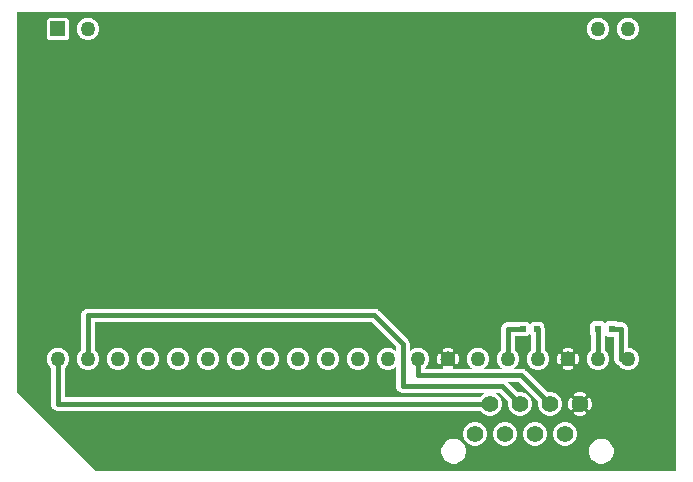
<source format=gtl>
G04 This is an RS-274x file exported by *
G04 gerbv version 2.6A *
G04 More information is available about gerbv at *
G04 http://gerbv.geda-project.org/ *
G04 --End of header info--*
%MOIN*%
%FSLAX34Y34*%
%IPPOS*%
G04 --Define apertures--*
%ADD10C,0.0001*%
%ADD11C,0.0150*%
%ADD12C,0.0500*%
%ADD13C,0.0551*%
%ADD14R,0.0197X0.0197*%
%ADD15C,0.0256*%
%ADD16C,0.0315*%
%ADD17C,0.0591*%
G04 --Start main section--*
G54D10*
G36*
G01X0011999Y0005760D02*
G01X0012457Y0005760D01*
G01X0013275Y0004942D01*
G01X0013275Y0004780D01*
G01X0013261Y0004797D01*
G01X0013217Y0004834D01*
G01X0013168Y0004864D01*
G01X0013114Y0004887D01*
G01X0013058Y0004900D01*
G01X0013000Y0004905D01*
G01X0012942Y0004900D01*
G01X0012886Y0004887D01*
G01X0012832Y0004864D01*
G01X0012783Y0004834D01*
G01X0012739Y0004797D01*
G01X0012701Y0004753D01*
G01X0012671Y0004703D01*
G01X0012649Y0004650D01*
G01X0012635Y0004593D01*
G01X0012631Y0004535D01*
G01X0012635Y0004478D01*
G01X0012649Y0004421D01*
G01X0012671Y0004368D01*
G01X0012701Y0004318D01*
G01X0012739Y0004274D01*
G01X0012783Y0004237D01*
G01X0012832Y0004206D01*
G01X0012886Y0004184D01*
G01X0012942Y0004171D01*
G01X0013000Y0004166D01*
G01X0013058Y0004171D01*
G01X0013114Y0004184D01*
G01X0013168Y0004206D01*
G01X0013217Y0004237D01*
G01X0013261Y0004274D01*
G01X0013275Y0004291D01*
G01X0013275Y0003644D01*
G01X0013274Y0003635D01*
G01X0013277Y0003600D01*
G01X0013285Y0003566D01*
G01X0013299Y0003533D01*
G01X0013317Y0003503D01*
G01X0013340Y0003476D01*
G01X0013367Y0003453D01*
G01X0013398Y0003434D01*
G01X0013430Y0003421D01*
G01X0013465Y0003413D01*
G01X0013500Y0003410D01*
G01X0013509Y0003410D01*
G01X0016277Y0003410D01*
G01X0016221Y0003387D01*
G01X0016168Y0003355D01*
G01X0016121Y0003315D01*
G01X0016081Y0003268D01*
G01X0016076Y0003260D01*
G01X0011999Y0003260D01*
G01X0011999Y0004166D01*
G01X0012000Y0004166D01*
G01X0012058Y0004171D01*
G01X0012114Y0004184D01*
G01X0012168Y0004206D01*
G01X0012217Y0004237D01*
G01X0012261Y0004274D01*
G01X0012299Y0004318D01*
G01X0012329Y0004368D01*
G01X0012351Y0004421D01*
G01X0012365Y0004478D01*
G01X0012368Y0004535D01*
G01X0012365Y0004593D01*
G01X0012351Y0004650D01*
G01X0012329Y0004703D01*
G01X0012299Y0004753D01*
G01X0012261Y0004797D01*
G01X0012217Y0004834D01*
G01X0012168Y0004864D01*
G01X0012114Y0004887D01*
G01X0012058Y0004900D01*
G01X0012000Y0004905D01*
G01X0011999Y0004905D01*
G01X0011999Y0005760D01*
G37*
G36*
G01X0010999Y0005762D02*
G01X0011424Y0005762D01*
G01X0011450Y0005760D01*
G01X0011459Y0005760D01*
G01X0011999Y0005760D01*
G01X0011999Y0004905D01*
G01X0011942Y0004900D01*
G01X0011886Y0004887D01*
G01X0011832Y0004864D01*
G01X0011783Y0004834D01*
G01X0011739Y0004797D01*
G01X0011701Y0004753D01*
G01X0011671Y0004703D01*
G01X0011649Y0004650D01*
G01X0011635Y0004593D01*
G01X0011631Y0004535D01*
G01X0011635Y0004478D01*
G01X0011649Y0004421D01*
G01X0011671Y0004368D01*
G01X0011701Y0004318D01*
G01X0011739Y0004274D01*
G01X0011783Y0004237D01*
G01X0011832Y0004206D01*
G01X0011886Y0004184D01*
G01X0011942Y0004171D01*
G01X0011999Y0004166D01*
G01X0011999Y0003260D01*
G01X0010999Y0003260D01*
G01X0010999Y0004166D01*
G01X0011000Y0004166D01*
G01X0011058Y0004171D01*
G01X0011114Y0004184D01*
G01X0011168Y0004206D01*
G01X0011217Y0004237D01*
G01X0011261Y0004274D01*
G01X0011299Y0004318D01*
G01X0011329Y0004368D01*
G01X0011351Y0004421D01*
G01X0011365Y0004478D01*
G01X0011368Y0004535D01*
G01X0011365Y0004593D01*
G01X0011351Y0004650D01*
G01X0011329Y0004703D01*
G01X0011299Y0004753D01*
G01X0011261Y0004797D01*
G01X0011217Y0004834D01*
G01X0011168Y0004864D01*
G01X0011114Y0004887D01*
G01X0011058Y0004900D01*
G01X0011000Y0004905D01*
G01X0010999Y0004905D01*
G01X0010999Y0005762D01*
G37*
G36*
G01X0010212Y0005762D02*
G01X0010999Y0005762D01*
G01X0010999Y0004905D01*
G01X0010942Y0004900D01*
G01X0010886Y0004887D01*
G01X0010832Y0004864D01*
G01X0010783Y0004834D01*
G01X0010739Y0004797D01*
G01X0010701Y0004753D01*
G01X0010671Y0004703D01*
G01X0010649Y0004650D01*
G01X0010635Y0004593D01*
G01X0010631Y0004535D01*
G01X0010635Y0004478D01*
G01X0010649Y0004421D01*
G01X0010671Y0004368D01*
G01X0010701Y0004318D01*
G01X0010739Y0004274D01*
G01X0010783Y0004237D01*
G01X0010832Y0004206D01*
G01X0010886Y0004184D01*
G01X0010942Y0004171D01*
G01X0010999Y0004166D01*
G01X0010999Y0003260D01*
G01X0010212Y0003260D01*
G01X0010212Y0004234D01*
G01X0010217Y0004237D01*
G01X0010261Y0004274D01*
G01X0010299Y0004318D01*
G01X0010329Y0004368D01*
G01X0010351Y0004421D01*
G01X0010365Y0004478D01*
G01X0010368Y0004535D01*
G01X0010365Y0004593D01*
G01X0010351Y0004650D01*
G01X0010329Y0004703D01*
G01X0010299Y0004753D01*
G01X0010261Y0004797D01*
G01X0010217Y0004834D01*
G01X0010212Y0004837D01*
G01X0010212Y0005762D01*
G37*
G36*
G01X0022610Y0000816D02*
G01X0020999Y0000816D01*
G01X0020999Y0004166D01*
G01X0021000Y0004166D01*
G01X0021058Y0004171D01*
G01X0021114Y0004184D01*
G01X0021168Y0004206D01*
G01X0021217Y0004237D01*
G01X0021261Y0004274D01*
G01X0021299Y0004318D01*
G01X0021329Y0004368D01*
G01X0021351Y0004421D01*
G01X0021365Y0004478D01*
G01X0021368Y0004535D01*
G01X0021365Y0004593D01*
G01X0021351Y0004650D01*
G01X0021329Y0004703D01*
G01X0021299Y0004753D01*
G01X0021261Y0004797D01*
G01X0021217Y0004834D01*
G01X0021168Y0004864D01*
G01X0021114Y0004887D01*
G01X0021058Y0004900D01*
G01X0021000Y0004905D01*
G01X0020999Y0004905D01*
G01X0020999Y0015166D01*
G01X0021000Y0015166D01*
G01X0021058Y0015171D01*
G01X0021114Y0015184D01*
G01X0021168Y0015206D01*
G01X0021217Y0015237D01*
G01X0021261Y0015274D01*
G01X0021299Y0015318D01*
G01X0021329Y0015368D01*
G01X0021351Y0015421D01*
G01X0021365Y0015478D01*
G01X0021368Y0015535D01*
G01X0021365Y0015593D01*
G01X0021351Y0015650D01*
G01X0021329Y0015703D01*
G01X0021299Y0015753D01*
G01X0021261Y0015797D01*
G01X0021217Y0015834D01*
G01X0021168Y0015864D01*
G01X0021114Y0015887D01*
G01X0021058Y0015900D01*
G01X0021000Y0015905D01*
G01X0020999Y0015905D01*
G01X0020999Y0016114D01*
G01X0022610Y0016114D01*
G01X0022610Y0000816D01*
G37*
G36*
G01X0020999Y0004905D02*
G01X0020999Y0004905D01*
G01X0020999Y0005527D01*
G01X0020999Y0005535D01*
G01X0020997Y0005571D01*
G01X0020997Y0005571D01*
G01X0020988Y0005605D01*
G01X0020975Y0005638D01*
G01X0020956Y0005668D01*
G01X0020933Y0005695D01*
G01X0020906Y0005718D01*
G01X0020876Y0005737D01*
G01X0020843Y0005750D01*
G01X0020809Y0005758D01*
G01X0020774Y0005761D01*
G01X0020765Y0005760D01*
G01X0020679Y0005760D01*
G01X0020675Y0005764D01*
G01X0020654Y0005777D01*
G01X0020630Y0005787D01*
G01X0020606Y0005792D01*
G01X0020581Y0005794D01*
G01X0020499Y0005793D01*
G01X0020499Y0016114D01*
G01X0020999Y0016114D01*
G01X0020999Y0015905D01*
G01X0020942Y0015900D01*
G01X0020886Y0015887D01*
G01X0020832Y0015864D01*
G01X0020783Y0015834D01*
G01X0020739Y0015797D01*
G01X0020701Y0015753D01*
G01X0020671Y0015703D01*
G01X0020649Y0015650D01*
G01X0020635Y0015593D01*
G01X0020631Y0015535D01*
G01X0020635Y0015478D01*
G01X0020649Y0015421D01*
G01X0020671Y0015368D01*
G01X0020701Y0015318D01*
G01X0020739Y0015274D01*
G01X0020783Y0015237D01*
G01X0020832Y0015206D01*
G01X0020886Y0015184D01*
G01X0020942Y0015171D01*
G01X0020999Y0015166D01*
G01X0020999Y0004905D01*
G37*
G36*
G01X0020999Y0000816D02*
G01X0020499Y0000816D01*
G01X0020499Y0001315D01*
G01X0020504Y0001327D01*
G01X0020520Y0001391D01*
G01X0020523Y0001455D01*
G01X0020520Y0001520D01*
G01X0020504Y0001584D01*
G01X0020499Y0001596D01*
G01X0020499Y0005278D01*
G01X0020549Y0005278D01*
G01X0020549Y0004544D01*
G01X0020548Y0004535D01*
G01X0020551Y0004500D01*
G01X0020559Y0004466D01*
G01X0020572Y0004433D01*
G01X0020591Y0004403D01*
G01X0020614Y0004376D01*
G01X0020641Y0004353D01*
G01X0020671Y0004334D01*
G01X0020698Y0004323D01*
G01X0020701Y0004318D01*
G01X0020739Y0004274D01*
G01X0020783Y0004237D01*
G01X0020832Y0004206D01*
G01X0020886Y0004184D01*
G01X0020942Y0004171D01*
G01X0020999Y0004166D01*
G01X0020999Y0000816D01*
G37*
G36*
G01X0019999Y0004166D02*
G01X0020000Y0004166D01*
G01X0020058Y0004171D01*
G01X0020114Y0004184D01*
G01X0020168Y0004206D01*
G01X0020217Y0004237D01*
G01X0020261Y0004274D01*
G01X0020299Y0004318D01*
G01X0020329Y0004368D01*
G01X0020351Y0004421D01*
G01X0020365Y0004478D01*
G01X0020368Y0004535D01*
G01X0020365Y0004593D01*
G01X0020351Y0004650D01*
G01X0020329Y0004703D01*
G01X0020299Y0004753D01*
G01X0020261Y0004797D01*
G01X0020225Y0004827D01*
G01X0020225Y0005323D01*
G01X0020226Y0005324D01*
G01X0020234Y0005334D01*
G01X0020243Y0005324D01*
G01X0020262Y0005307D01*
G01X0020283Y0005294D01*
G01X0020307Y0005284D01*
G01X0020331Y0005279D01*
G01X0020356Y0005277D01*
G01X0020499Y0005278D01*
G01X0020499Y0001596D01*
G01X0020480Y0001644D01*
G01X0020446Y0001699D01*
G01X0020403Y0001749D01*
G01X0020354Y0001791D01*
G01X0020298Y0001825D01*
G01X0020238Y0001850D01*
G01X0020175Y0001865D01*
G01X0020110Y0001870D01*
G01X0020045Y0001865D01*
G01X0019999Y0001854D01*
G01X0019999Y0004166D01*
G37*
G36*
G01X0019999Y0016114D02*
G01X0020499Y0016114D01*
G01X0020499Y0005793D01*
G01X0020331Y0005792D01*
G01X0020307Y0005787D01*
G01X0020283Y0005777D01*
G01X0020262Y0005764D01*
G01X0020243Y0005747D01*
G01X0020234Y0005737D01*
G01X0020226Y0005747D01*
G01X0020207Y0005764D01*
G01X0020185Y0005777D01*
G01X0020162Y0005787D01*
G01X0020137Y0005792D01*
G01X0020112Y0005794D01*
G01X0019999Y0005793D01*
G01X0019999Y0015166D01*
G01X0020000Y0015166D01*
G01X0020058Y0015171D01*
G01X0020114Y0015184D01*
G01X0020168Y0015206D01*
G01X0020217Y0015237D01*
G01X0020261Y0015274D01*
G01X0020299Y0015318D01*
G01X0020329Y0015368D01*
G01X0020351Y0015421D01*
G01X0020365Y0015478D01*
G01X0020368Y0015535D01*
G01X0020365Y0015593D01*
G01X0020351Y0015650D01*
G01X0020329Y0015703D01*
G01X0020299Y0015753D01*
G01X0020261Y0015797D01*
G01X0020217Y0015834D01*
G01X0020168Y0015864D01*
G01X0020114Y0015887D01*
G01X0020058Y0015900D01*
G01X0020000Y0015905D01*
G01X0019999Y0015905D01*
G01X0019999Y0016114D01*
G37*
G36*
G01X0020499Y0000816D02*
G01X0019999Y0000816D01*
G01X0019999Y0001057D01*
G01X0020045Y0001046D01*
G01X0020110Y0001041D01*
G01X0020175Y0001046D01*
G01X0020238Y0001061D01*
G01X0020298Y0001086D01*
G01X0020354Y0001120D01*
G01X0020403Y0001162D01*
G01X0020446Y0001212D01*
G01X0020480Y0001267D01*
G01X0020499Y0001315D01*
G01X0020499Y0000816D01*
G37*
G36*
G01X0019719Y0004298D02*
G01X0019739Y0004274D01*
G01X0019783Y0004237D01*
G01X0019832Y0004206D01*
G01X0019886Y0004184D01*
G01X0019942Y0004171D01*
G01X0019999Y0004166D01*
G01X0019999Y0001854D01*
G01X0019982Y0001850D01*
G01X0019922Y0001825D01*
G01X0019866Y0001791D01*
G01X0019817Y0001749D01*
G01X0019775Y0001699D01*
G01X0019741Y0001644D01*
G01X0019719Y0001592D01*
G01X0019719Y0002838D01*
G01X0019724Y0002840D01*
G01X0019733Y0002844D01*
G01X0019741Y0002849D01*
G01X0019747Y0002855D01*
G01X0019753Y0002862D01*
G01X0019758Y0002870D01*
G01X0019772Y0002905D01*
G01X0019783Y0002942D01*
G01X0019790Y0002979D01*
G01X0019794Y0003016D01*
G01X0019794Y0003054D01*
G01X0019790Y0003092D01*
G01X0019783Y0003129D01*
G01X0019772Y0003166D01*
G01X0019758Y0003201D01*
G01X0019753Y0003209D01*
G01X0019748Y0003216D01*
G01X0019741Y0003223D01*
G01X0019733Y0003228D01*
G01X0019724Y0003232D01*
G01X0019719Y0003233D01*
G01X0019719Y0004298D01*
G37*
G36*
G01X0019719Y0015298D02*
G01X0019739Y0015274D01*
G01X0019783Y0015237D01*
G01X0019832Y0015206D01*
G01X0019886Y0015184D01*
G01X0019942Y0015171D01*
G01X0019999Y0015166D01*
G01X0019999Y0005793D01*
G01X0019863Y0005792D01*
G01X0019838Y0005787D01*
G01X0019815Y0005777D01*
G01X0019794Y0005764D01*
G01X0019774Y0005747D01*
G01X0019758Y0005728D01*
G01X0019745Y0005707D01*
G01X0019735Y0005684D01*
G01X0019729Y0005659D01*
G01X0019728Y0005634D01*
G01X0019729Y0005412D01*
G01X0019735Y0005387D01*
G01X0019745Y0005364D01*
G01X0019758Y0005343D01*
G01X0019774Y0005324D01*
G01X0019775Y0005323D01*
G01X0019775Y0004827D01*
G01X0019739Y0004797D01*
G01X0019719Y0004773D01*
G01X0019719Y0015298D01*
G37*
G36*
G01X0019719Y0016114D02*
G01X0019999Y0016114D01*
G01X0019999Y0015905D01*
G01X0019942Y0015900D01*
G01X0019886Y0015887D01*
G01X0019832Y0015864D01*
G01X0019783Y0015834D01*
G01X0019739Y0015797D01*
G01X0019719Y0015773D01*
G01X0019719Y0016114D01*
G37*
G36*
G01X0019999Y0000816D02*
G01X0019719Y0000816D01*
G01X0019719Y0001319D01*
G01X0019741Y0001267D01*
G01X0019775Y0001212D01*
G01X0019817Y0001162D01*
G01X0019866Y0001120D01*
G01X0019922Y0001086D01*
G01X0019982Y0001061D01*
G01X0019999Y0001057D01*
G01X0019999Y0000816D01*
G37*
G36*
G01X0019719Y0000816D02*
G01X0019400Y0000816D01*
G01X0019400Y0002642D01*
G01X0019419Y0002642D01*
G01X0019457Y0002645D01*
G01X0019494Y0002653D01*
G01X0019530Y0002663D01*
G01X0019565Y0002678D01*
G01X0019573Y0002682D01*
G01X0019581Y0002688D01*
G01X0019587Y0002695D01*
G01X0019592Y0002703D01*
G01X0019596Y0002711D01*
G01X0019599Y0002720D01*
G01X0019600Y0002729D01*
G01X0019599Y0002739D01*
G01X0019598Y0002748D01*
G01X0019594Y0002757D01*
G01X0019590Y0002765D01*
G01X0019584Y0002772D01*
G01X0019577Y0002778D01*
G01X0019569Y0002784D01*
G01X0019561Y0002788D01*
G01X0019552Y0002790D01*
G01X0019543Y0002791D01*
G01X0019533Y0002791D01*
G01X0019524Y0002789D01*
G01X0019515Y0002786D01*
G01X0019491Y0002775D01*
G01X0019466Y0002768D01*
G01X0019440Y0002763D01*
G01X0019413Y0002760D01*
G01X0019400Y0002760D01*
G01X0019400Y0003311D01*
G01X0019413Y0003311D01*
G01X0019440Y0003308D01*
G01X0019466Y0003303D01*
G01X0019491Y0003296D01*
G01X0019516Y0003286D01*
G01X0019524Y0003282D01*
G01X0019533Y0003280D01*
G01X0019543Y0003280D01*
G01X0019552Y0003281D01*
G01X0019561Y0003284D01*
G01X0019569Y0003288D01*
G01X0019577Y0003293D01*
G01X0019584Y0003299D01*
G01X0019590Y0003306D01*
G01X0019594Y0003314D01*
G01X0019597Y0003323D01*
G01X0019599Y0003332D01*
G01X0019599Y0003342D01*
G01X0019598Y0003351D01*
G01X0019596Y0003360D01*
G01X0019592Y0003368D01*
G01X0019587Y0003376D01*
G01X0019581Y0003383D01*
G01X0019573Y0003389D01*
G01X0019565Y0003393D01*
G01X0019530Y0003408D01*
G01X0019494Y0003418D01*
G01X0019457Y0003426D01*
G01X0019419Y0003429D01*
G01X0019400Y0003429D01*
G01X0019400Y0016114D01*
G01X0019719Y0016114D01*
G01X0019719Y0015773D01*
G01X0019701Y0015753D01*
G01X0019671Y0015703D01*
G01X0019649Y0015650D01*
G01X0019635Y0015593D01*
G01X0019631Y0015535D01*
G01X0019635Y0015478D01*
G01X0019649Y0015421D01*
G01X0019671Y0015368D01*
G01X0019701Y0015318D01*
G01X0019719Y0015298D01*
G01X0019719Y0004773D01*
G01X0019701Y0004753D01*
G01X0019671Y0004703D01*
G01X0019649Y0004650D01*
G01X0019635Y0004593D01*
G01X0019631Y0004535D01*
G01X0019635Y0004478D01*
G01X0019649Y0004421D01*
G01X0019671Y0004368D01*
G01X0019701Y0004318D01*
G01X0019719Y0004298D01*
G01X0019719Y0003233D01*
G01X0019715Y0003234D01*
G01X0019706Y0003235D01*
G01X0019697Y0003235D01*
G01X0019688Y0003233D01*
G01X0019679Y0003230D01*
G01X0019671Y0003225D01*
G01X0019663Y0003219D01*
G01X0019657Y0003213D01*
G01X0019652Y0003205D01*
G01X0019648Y0003196D01*
G01X0019645Y0003187D01*
G01X0019644Y0003178D01*
G01X0019645Y0003169D01*
G01X0019647Y0003160D01*
G01X0019650Y0003151D01*
G01X0019660Y0003126D01*
G01X0019668Y0003101D01*
G01X0019673Y0003075D01*
G01X0019675Y0003049D01*
G01X0019675Y0003022D01*
G01X0019673Y0002996D01*
G01X0019668Y0002970D01*
G01X0019660Y0002945D01*
G01X0019650Y0002920D01*
G01X0019647Y0002911D01*
G01X0019645Y0002902D01*
G01X0019645Y0002893D01*
G01X0019646Y0002884D01*
G01X0019648Y0002875D01*
G01X0019652Y0002866D01*
G01X0019657Y0002859D01*
G01X0019664Y0002852D01*
G01X0019671Y0002846D01*
G01X0019679Y0002841D01*
G01X0019688Y0002838D01*
G01X0019697Y0002836D01*
G01X0019706Y0002836D01*
G01X0019715Y0002837D01*
G01X0019719Y0002838D01*
G01X0019719Y0001592D01*
G01X0019716Y0001584D01*
G01X0019700Y0001520D01*
G01X0019695Y0001455D01*
G01X0019700Y0001391D01*
G01X0019716Y0001327D01*
G01X0019719Y0001319D01*
G01X0019719Y0000816D01*
G37*
G36*
G01X0019297Y0003290D02*
G01X0019309Y0003296D01*
G01X0019334Y0003303D01*
G01X0019360Y0003308D01*
G01X0019387Y0003311D01*
G01X0019400Y0003311D01*
G01X0019400Y0002760D01*
G01X0019387Y0002760D01*
G01X0019360Y0002763D01*
G01X0019334Y0002768D01*
G01X0019309Y0002775D01*
G01X0019297Y0002780D01*
G01X0019297Y0003290D01*
G37*
G36*
G01X0019297Y0016114D02*
G01X0019400Y0016114D01*
G01X0019400Y0003429D01*
G01X0019381Y0003429D01*
G01X0019343Y0003426D01*
G01X0019306Y0003418D01*
G01X0019297Y0003415D01*
G01X0019297Y0004356D01*
G01X0019298Y0004356D01*
G01X0019306Y0004359D01*
G01X0019315Y0004363D01*
G01X0019322Y0004369D01*
G01X0019329Y0004375D01*
G01X0019334Y0004383D01*
G01X0019339Y0004391D01*
G01X0019351Y0004422D01*
G01X0019359Y0004454D01*
G01X0019365Y0004486D01*
G01X0019368Y0004519D01*
G01X0019368Y0004552D01*
G01X0019365Y0004585D01*
G01X0019359Y0004617D01*
G01X0019351Y0004649D01*
G01X0019339Y0004680D01*
G01X0019335Y0004688D01*
G01X0019329Y0004696D01*
G01X0019322Y0004702D01*
G01X0019315Y0004708D01*
G01X0019307Y0004712D01*
G01X0019298Y0004715D01*
G01X0019297Y0004715D01*
G01X0019297Y0016114D01*
G37*
G36*
G01X0019400Y0000816D02*
G01X0019297Y0000816D01*
G01X0019297Y0002656D01*
G01X0019306Y0002653D01*
G01X0019343Y0002645D01*
G01X0019381Y0002642D01*
G01X0019400Y0002642D01*
G01X0019400Y0000816D01*
G37*
G36*
G01X0019297Y0000816D02*
G01X0019081Y0000816D01*
G01X0019081Y0001685D01*
G01X0019132Y0001716D01*
G01X0019179Y0001756D01*
G01X0019220Y0001803D01*
G01X0019252Y0001856D01*
G01X0019276Y0001913D01*
G01X0019290Y0001974D01*
G01X0019294Y0002035D01*
G01X0019290Y0002097D01*
G01X0019276Y0002158D01*
G01X0019252Y0002215D01*
G01X0019220Y0002268D01*
G01X0019179Y0002315D01*
G01X0019132Y0002355D01*
G01X0019081Y0002386D01*
G01X0019081Y0002838D01*
G01X0019085Y0002837D01*
G01X0019094Y0002836D01*
G01X0019103Y0002836D01*
G01X0019112Y0002838D01*
G01X0019121Y0002841D01*
G01X0019129Y0002846D01*
G01X0019137Y0002852D01*
G01X0019143Y0002858D01*
G01X0019148Y0002866D01*
G01X0019152Y0002875D01*
G01X0019155Y0002884D01*
G01X0019156Y0002893D01*
G01X0019155Y0002902D01*
G01X0019154Y0002911D01*
G01X0019150Y0002920D01*
G01X0019140Y0002945D01*
G01X0019132Y0002970D01*
G01X0019127Y0002996D01*
G01X0019125Y0003022D01*
G01X0019125Y0003049D01*
G01X0019127Y0003075D01*
G01X0019132Y0003101D01*
G01X0019140Y0003126D01*
G01X0019150Y0003151D01*
G01X0019153Y0003160D01*
G01X0019155Y0003169D01*
G01X0019155Y0003178D01*
G01X0019154Y0003187D01*
G01X0019152Y0003196D01*
G01X0019148Y0003205D01*
G01X0019143Y0003212D01*
G01X0019136Y0003219D01*
G01X0019129Y0003225D01*
G01X0019121Y0003230D01*
G01X0019112Y0003233D01*
G01X0019103Y0003235D01*
G01X0019094Y0003235D01*
G01X0019085Y0003234D01*
G01X0019081Y0003233D01*
G01X0019081Y0004176D01*
G01X0019082Y0004176D01*
G01X0019114Y0004185D01*
G01X0019145Y0004197D01*
G01X0019153Y0004201D01*
G01X0019160Y0004206D01*
G01X0019167Y0004213D01*
G01X0019172Y0004221D01*
G01X0019177Y0004229D01*
G01X0019179Y0004238D01*
G01X0019181Y0004247D01*
G01X0019181Y0004257D01*
G01X0019179Y0004266D01*
G01X0019176Y0004275D01*
G01X0019172Y0004283D01*
G01X0019166Y0004290D01*
G01X0019159Y0004297D01*
G01X0019152Y0004302D01*
G01X0019144Y0004306D01*
G01X0019135Y0004309D01*
G01X0019125Y0004311D01*
G01X0019116Y0004310D01*
G01X0019107Y0004309D01*
G01X0019098Y0004306D01*
G01X0019081Y0004299D01*
G01X0019081Y0004772D01*
G01X0019098Y0004765D01*
G01X0019107Y0004762D01*
G01X0019116Y0004761D01*
G01X0019125Y0004761D01*
G01X0019135Y0004762D01*
G01X0019143Y0004765D01*
G01X0019152Y0004769D01*
G01X0019159Y0004774D01*
G01X0019166Y0004781D01*
G01X0019172Y0004788D01*
G01X0019176Y0004797D01*
G01X0019179Y0004805D01*
G01X0019180Y0004814D01*
G01X0019180Y0004824D01*
G01X0019179Y0004833D01*
G01X0019176Y0004842D01*
G01X0019172Y0004850D01*
G01X0019167Y0004858D01*
G01X0019160Y0004864D01*
G01X0019153Y0004870D01*
G01X0019144Y0004874D01*
G01X0019114Y0004886D01*
G01X0019082Y0004895D01*
G01X0019081Y0004895D01*
G01X0019081Y0016114D01*
G01X0019297Y0016114D01*
G01X0019297Y0004715D01*
G01X0019288Y0004716D01*
G01X0019279Y0004716D01*
G01X0019270Y0004714D01*
G01X0019261Y0004711D01*
G01X0019253Y0004707D01*
G01X0019245Y0004702D01*
G01X0019239Y0004695D01*
G01X0019233Y0004687D01*
G01X0019229Y0004679D01*
G01X0019226Y0004670D01*
G01X0019225Y0004661D01*
G01X0019225Y0004651D01*
G01X0019227Y0004642D01*
G01X0019230Y0004633D01*
G01X0019238Y0004613D01*
G01X0019244Y0004591D01*
G01X0019248Y0004569D01*
G01X0019250Y0004547D01*
G01X0019250Y0004524D01*
G01X0019248Y0004502D01*
G01X0019244Y0004480D01*
G01X0019238Y0004458D01*
G01X0019230Y0004437D01*
G01X0019227Y0004429D01*
G01X0019225Y0004419D01*
G01X0019225Y0004410D01*
G01X0019227Y0004401D01*
G01X0019229Y0004392D01*
G01X0019233Y0004384D01*
G01X0019239Y0004376D01*
G01X0019245Y0004370D01*
G01X0019253Y0004364D01*
G01X0019261Y0004360D01*
G01X0019270Y0004357D01*
G01X0019279Y0004355D01*
G01X0019288Y0004355D01*
G01X0019297Y0004356D01*
G01X0019297Y0003415D01*
G01X0019270Y0003408D01*
G01X0019235Y0003393D01*
G01X0019227Y0003389D01*
G01X0019219Y0003383D01*
G01X0019213Y0003376D01*
G01X0019208Y0003368D01*
G01X0019204Y0003360D01*
G01X0019201Y0003351D01*
G01X0019200Y0003342D01*
G01X0019201Y0003332D01*
G01X0019202Y0003323D01*
G01X0019206Y0003314D01*
G01X0019210Y0003306D01*
G01X0019216Y0003299D01*
G01X0019223Y0003293D01*
G01X0019231Y0003287D01*
G01X0019239Y0003283D01*
G01X0019248Y0003281D01*
G01X0019257Y0003280D01*
G01X0019267Y0003280D01*
G01X0019276Y0003282D01*
G01X0019285Y0003285D01*
G01X0019297Y0003290D01*
G01X0019297Y0002780D01*
G01X0019285Y0002785D01*
G01X0019276Y0002789D01*
G01X0019267Y0002790D01*
G01X0019258Y0002791D01*
G01X0019248Y0002790D01*
G01X0019239Y0002787D01*
G01X0019231Y0002783D01*
G01X0019223Y0002778D01*
G01X0019216Y0002772D01*
G01X0019211Y0002764D01*
G01X0019206Y0002756D01*
G01X0019203Y0002748D01*
G01X0019201Y0002739D01*
G01X0019201Y0002729D01*
G01X0019202Y0002720D01*
G01X0019204Y0002711D01*
G01X0019208Y0002703D01*
G01X0019213Y0002695D01*
G01X0019220Y0002688D01*
G01X0019227Y0002682D01*
G01X0019235Y0002678D01*
G01X0019270Y0002663D01*
G01X0019297Y0002656D01*
G01X0019297Y0000816D01*
G37*
G36*
G01X0019081Y0004895D02*
G01X0019049Y0004901D01*
G01X0019017Y0004904D01*
G01X0018984Y0004904D01*
G01X0018951Y0004901D01*
G01X0018918Y0004895D01*
G01X0018899Y0004890D01*
G01X0018899Y0016114D01*
G01X0019081Y0016114D01*
G01X0019081Y0004895D01*
G37*
G36*
G01X0019081Y0004299D02*
G01X0019077Y0004298D01*
G01X0019056Y0004292D01*
G01X0019034Y0004288D01*
G01X0019011Y0004286D01*
G01X0018989Y0004286D01*
G01X0018967Y0004288D01*
G01X0018945Y0004292D01*
G01X0018923Y0004298D01*
G01X0018902Y0004306D01*
G01X0018899Y0004306D01*
G01X0018899Y0004764D01*
G01X0018902Y0004765D01*
G01X0018923Y0004773D01*
G01X0018945Y0004779D01*
G01X0018967Y0004783D01*
G01X0018989Y0004785D01*
G01X0019011Y0004785D01*
G01X0019034Y0004783D01*
G01X0019056Y0004779D01*
G01X0019077Y0004773D01*
G01X0019081Y0004772D01*
G01X0019081Y0004299D01*
G37*
G36*
G01X0019081Y0002386D02*
G01X0019079Y0002387D01*
G01X0019022Y0002411D01*
G01X0018962Y0002426D01*
G01X0018900Y0002430D01*
G01X0018899Y0002430D01*
G01X0018899Y0004181D01*
G01X0018918Y0004176D01*
G01X0018951Y0004170D01*
G01X0018984Y0004167D01*
G01X0019017Y0004167D01*
G01X0019049Y0004170D01*
G01X0019081Y0004176D01*
G01X0019081Y0003233D01*
G01X0019076Y0003231D01*
G01X0019067Y0003227D01*
G01X0019060Y0003222D01*
G01X0019053Y0003216D01*
G01X0019047Y0003209D01*
G01X0019043Y0003200D01*
G01X0019028Y0003166D01*
G01X0019017Y0003129D01*
G01X0019010Y0003092D01*
G01X0019006Y0003054D01*
G01X0019006Y0003016D01*
G01X0019010Y0002979D01*
G01X0019017Y0002942D01*
G01X0019028Y0002905D01*
G01X0019042Y0002870D01*
G01X0019047Y0002862D01*
G01X0019052Y0002855D01*
G01X0019059Y0002848D01*
G01X0019067Y0002843D01*
G01X0019076Y0002839D01*
G01X0019081Y0002838D01*
G01X0019081Y0002386D01*
G37*
G36*
G01X0019081Y0000816D02*
G01X0018899Y0000816D01*
G01X0018899Y0001641D01*
G01X0018900Y0001641D01*
G01X0018962Y0001645D01*
G01X0019022Y0001660D01*
G01X0019079Y0001684D01*
G01X0019081Y0001685D01*
G01X0019081Y0000816D01*
G37*
G36*
G01X0018704Y0002785D02*
G01X0018720Y0002803D01*
G01X0018752Y0002856D01*
G01X0018776Y0002913D01*
G01X0018790Y0002974D01*
G01X0018794Y0003035D01*
G01X0018790Y0003097D01*
G01X0018776Y0003157D01*
G01X0018752Y0003215D01*
G01X0018720Y0003268D01*
G01X0018704Y0003286D01*
G01X0018704Y0004356D01*
G01X0018712Y0004355D01*
G01X0018721Y0004355D01*
G01X0018730Y0004357D01*
G01X0018739Y0004359D01*
G01X0018747Y0004364D01*
G01X0018755Y0004369D01*
G01X0018761Y0004376D01*
G01X0018767Y0004384D01*
G01X0018771Y0004392D01*
G01X0018774Y0004401D01*
G01X0018775Y0004410D01*
G01X0018775Y0004420D01*
G01X0018773Y0004429D01*
G01X0018770Y0004437D01*
G01X0018762Y0004458D01*
G01X0018756Y0004480D01*
G01X0018752Y0004502D01*
G01X0018750Y0004524D01*
G01X0018750Y0004547D01*
G01X0018752Y0004569D01*
G01X0018756Y0004591D01*
G01X0018762Y0004613D01*
G01X0018770Y0004634D01*
G01X0018773Y0004642D01*
G01X0018775Y0004651D01*
G01X0018775Y0004661D01*
G01X0018774Y0004670D01*
G01X0018771Y0004679D01*
G01X0018767Y0004687D01*
G01X0018761Y0004695D01*
G01X0018755Y0004701D01*
G01X0018747Y0004707D01*
G01X0018739Y0004711D01*
G01X0018730Y0004714D01*
G01X0018721Y0004716D01*
G01X0018712Y0004716D01*
G01X0018704Y0004715D01*
G01X0018704Y0016114D01*
G01X0018899Y0016114D01*
G01X0018899Y0004890D01*
G01X0018886Y0004886D01*
G01X0018855Y0004874D01*
G01X0018847Y0004870D01*
G01X0018840Y0004865D01*
G01X0018833Y0004858D01*
G01X0018828Y0004850D01*
G01X0018824Y0004842D01*
G01X0018821Y0004833D01*
G01X0018819Y0004824D01*
G01X0018820Y0004814D01*
G01X0018821Y0004805D01*
G01X0018824Y0004796D01*
G01X0018828Y0004788D01*
G01X0018834Y0004781D01*
G01X0018841Y0004774D01*
G01X0018848Y0004769D01*
G01X0018857Y0004765D01*
G01X0018866Y0004762D01*
G01X0018875Y0004760D01*
G01X0018884Y0004760D01*
G01X0018893Y0004762D01*
G01X0018899Y0004764D01*
G01X0018899Y0004306D01*
G01X0018893Y0004309D01*
G01X0018884Y0004310D01*
G01X0018875Y0004310D01*
G01X0018866Y0004309D01*
G01X0018857Y0004306D01*
G01X0018848Y0004302D01*
G01X0018841Y0004297D01*
G01X0018834Y0004290D01*
G01X0018829Y0004283D01*
G01X0018824Y0004274D01*
G01X0018821Y0004266D01*
G01X0018820Y0004256D01*
G01X0018820Y0004247D01*
G01X0018821Y0004238D01*
G01X0018824Y0004229D01*
G01X0018828Y0004221D01*
G01X0018833Y0004213D01*
G01X0018840Y0004207D01*
G01X0018847Y0004201D01*
G01X0018856Y0004197D01*
G01X0018886Y0004185D01*
G01X0018899Y0004181D01*
G01X0018899Y0002430D01*
G01X0018838Y0002426D01*
G01X0018778Y0002411D01*
G01X0018721Y0002387D01*
G01X0018704Y0002377D01*
G01X0018704Y0002785D01*
G37*
G36*
G01X0018899Y0000816D02*
G01X0018704Y0000816D01*
G01X0018704Y0001694D01*
G01X0018721Y0001684D01*
G01X0018778Y0001660D01*
G01X0018838Y0001645D01*
G01X0018899Y0001641D01*
G01X0018899Y0000816D01*
G37*
G36*
G01X0018704Y0003286D02*
G01X0018679Y0003315D01*
G01X0018632Y0003355D01*
G01X0018579Y0003387D01*
G01X0018522Y0003411D01*
G01X0018462Y0003426D01*
G01X0018400Y0003430D01*
G01X0018338Y0003426D01*
G01X0018330Y0003424D01*
G01X0017899Y0003854D01*
G01X0017899Y0004181D01*
G01X0017942Y0004171D01*
G01X0018000Y0004166D01*
G01X0018058Y0004171D01*
G01X0018114Y0004184D01*
G01X0018168Y0004206D01*
G01X0018217Y0004237D01*
G01X0018261Y0004274D01*
G01X0018299Y0004318D01*
G01X0018329Y0004368D01*
G01X0018351Y0004421D01*
G01X0018365Y0004478D01*
G01X0018368Y0004535D01*
G01X0018365Y0004593D01*
G01X0018351Y0004650D01*
G01X0018329Y0004703D01*
G01X0018299Y0004753D01*
G01X0018261Y0004797D01*
G01X0018225Y0004827D01*
G01X0018225Y0005535D01*
G01X0018223Y0005571D01*
G01X0018215Y0005605D01*
G01X0018210Y0005617D01*
G01X0018210Y0005654D01*
G01X0018205Y0005674D01*
G01X0018197Y0005693D01*
G01X0018186Y0005710D01*
G01X0018173Y0005726D01*
G01X0018157Y0005739D01*
G01X0018140Y0005750D01*
G01X0018121Y0005758D01*
G01X0018101Y0005763D01*
G01X0018081Y0005764D01*
G01X0017899Y0005763D01*
G01X0017899Y0016114D01*
G01X0018704Y0016114D01*
G01X0018704Y0004715D01*
G01X0018703Y0004714D01*
G01X0018694Y0004712D01*
G01X0018685Y0004708D01*
G01X0018678Y0004702D01*
G01X0018671Y0004696D01*
G01X0018666Y0004688D01*
G01X0018661Y0004680D01*
G01X0018650Y0004649D01*
G01X0018641Y0004617D01*
G01X0018635Y0004585D01*
G01X0018632Y0004552D01*
G01X0018632Y0004519D01*
G01X0018635Y0004486D01*
G01X0018641Y0004454D01*
G01X0018650Y0004422D01*
G01X0018661Y0004391D01*
G01X0018665Y0004383D01*
G01X0018671Y0004375D01*
G01X0018678Y0004369D01*
G01X0018685Y0004363D01*
G01X0018694Y0004359D01*
G01X0018703Y0004356D01*
G01X0018704Y0004356D01*
G01X0018704Y0003286D01*
G37*
G36*
G01X0018704Y0000816D02*
G01X0017899Y0000816D01*
G01X0017899Y0001641D01*
G01X0017900Y0001641D01*
G01X0017962Y0001645D01*
G01X0018022Y0001660D01*
G01X0018079Y0001684D01*
G01X0018132Y0001716D01*
G01X0018179Y0001756D01*
G01X0018220Y0001803D01*
G01X0018252Y0001856D01*
G01X0018276Y0001913D01*
G01X0018290Y0001974D01*
G01X0018294Y0002035D01*
G01X0018290Y0002097D01*
G01X0018276Y0002158D01*
G01X0018252Y0002215D01*
G01X0018220Y0002268D01*
G01X0018179Y0002315D01*
G01X0018132Y0002355D01*
G01X0018079Y0002387D01*
G01X0018022Y0002411D01*
G01X0017962Y0002426D01*
G01X0017900Y0002430D01*
G01X0017899Y0002430D01*
G01X0017899Y0003218D01*
G01X0018012Y0003105D01*
G01X0018010Y0003097D01*
G01X0018005Y0003035D01*
G01X0018010Y0002974D01*
G01X0018024Y0002913D01*
G01X0018048Y0002856D01*
G01X0018081Y0002803D01*
G01X0018121Y0002756D01*
G01X0018168Y0002716D01*
G01X0018221Y0002684D01*
G01X0018278Y0002660D01*
G01X0018338Y0002645D01*
G01X0018400Y0002641D01*
G01X0018462Y0002645D01*
G01X0018522Y0002660D01*
G01X0018579Y0002684D01*
G01X0018632Y0002716D01*
G01X0018679Y0002756D01*
G01X0018704Y0002785D01*
G01X0018704Y0002377D01*
G01X0018668Y0002355D01*
G01X0018621Y0002315D01*
G01X0018581Y0002268D01*
G01X0018548Y0002215D01*
G01X0018524Y0002158D01*
G01X0018510Y0002097D01*
G01X0018505Y0002035D01*
G01X0018510Y0001974D01*
G01X0018524Y0001913D01*
G01X0018548Y0001856D01*
G01X0018581Y0001803D01*
G01X0018621Y0001756D01*
G01X0018668Y0001716D01*
G01X0018704Y0001694D01*
G01X0018704Y0000816D01*
G37*
G36*
G01X0017899Y0005763D02*
G01X0017836Y0005763D01*
G01X0017816Y0005758D01*
G01X0017797Y0005750D01*
G01X0017780Y0005739D01*
G01X0017764Y0005726D01*
G01X0017751Y0005710D01*
G01X0017740Y0005693D01*
G01X0017734Y0005679D01*
G01X0017728Y0005693D01*
G01X0017718Y0005710D01*
G01X0017704Y0005726D01*
G01X0017689Y0005739D01*
G01X0017671Y0005750D01*
G01X0017653Y0005758D01*
G01X0017633Y0005763D01*
G01X0017612Y0005764D01*
G01X0017367Y0005763D01*
G01X0017358Y0005760D01*
G01X0017009Y0005760D01*
G01X0017000Y0005761D01*
G01X0016965Y0005758D01*
G01X0016930Y0005750D01*
G01X0016899Y0005737D01*
G01X0016899Y0016114D01*
G01X0017899Y0016114D01*
G01X0017899Y0005763D01*
G37*
G36*
G01X0017899Y0003854D02*
G01X0017615Y0004138D01*
G01X0017610Y0004145D01*
G01X0017583Y0004168D01*
G01X0017553Y0004187D01*
G01X0017520Y0004200D01*
G01X0017485Y0004208D01*
G01X0017485Y0004208D01*
G01X0017450Y0004211D01*
G01X0017441Y0004210D01*
G01X0017174Y0004210D01*
G01X0017217Y0004237D01*
G01X0017261Y0004274D01*
G01X0017299Y0004318D01*
G01X0017329Y0004368D01*
G01X0017351Y0004421D01*
G01X0017365Y0004478D01*
G01X0017368Y0004535D01*
G01X0017365Y0004593D01*
G01X0017351Y0004650D01*
G01X0017329Y0004703D01*
G01X0017299Y0004753D01*
G01X0017261Y0004797D01*
G01X0017225Y0004827D01*
G01X0017225Y0005310D01*
G01X0017358Y0005310D01*
G01X0017367Y0005308D01*
G01X0017388Y0005307D01*
G01X0017633Y0005308D01*
G01X0017653Y0005313D01*
G01X0017671Y0005321D01*
G01X0017689Y0005332D01*
G01X0017704Y0005345D01*
G01X0017718Y0005360D01*
G01X0017728Y0005378D01*
G01X0017734Y0005392D01*
G01X0017740Y0005378D01*
G01X0017751Y0005360D01*
G01X0017764Y0005345D01*
G01X0017775Y0005336D01*
G01X0017775Y0004827D01*
G01X0017739Y0004797D01*
G01X0017701Y0004753D01*
G01X0017671Y0004703D01*
G01X0017649Y0004650D01*
G01X0017635Y0004593D01*
G01X0017631Y0004535D01*
G01X0017635Y0004478D01*
G01X0017649Y0004421D01*
G01X0017671Y0004368D01*
G01X0017701Y0004318D01*
G01X0017739Y0004274D01*
G01X0017783Y0004237D01*
G01X0017832Y0004206D01*
G01X0017886Y0004184D01*
G01X0017899Y0004181D01*
G01X0017899Y0003854D01*
G37*
G36*
G01X0017899Y0000816D02*
G01X0016899Y0000816D01*
G01X0016899Y0001641D01*
G01X0016900Y0001641D01*
G01X0016962Y0001645D01*
G01X0017022Y0001660D01*
G01X0017079Y0001684D01*
G01X0017132Y0001716D01*
G01X0017179Y0001756D01*
G01X0017220Y0001803D01*
G01X0017252Y0001856D01*
G01X0017276Y0001913D01*
G01X0017290Y0001974D01*
G01X0017294Y0002035D01*
G01X0017290Y0002097D01*
G01X0017276Y0002158D01*
G01X0017252Y0002215D01*
G01X0017220Y0002268D01*
G01X0017179Y0002315D01*
G01X0017132Y0002355D01*
G01X0017079Y0002387D01*
G01X0017022Y0002411D01*
G01X0016962Y0002426D01*
G01X0016900Y0002430D01*
G01X0016899Y0002430D01*
G01X0016899Y0003218D01*
G01X0017012Y0003105D01*
G01X0017010Y0003097D01*
G01X0017005Y0003035D01*
G01X0017010Y0002974D01*
G01X0017024Y0002913D01*
G01X0017048Y0002856D01*
G01X0017081Y0002803D01*
G01X0017121Y0002756D01*
G01X0017168Y0002716D01*
G01X0017221Y0002684D01*
G01X0017278Y0002660D01*
G01X0017338Y0002645D01*
G01X0017400Y0002641D01*
G01X0017462Y0002645D01*
G01X0017522Y0002660D01*
G01X0017579Y0002684D01*
G01X0017632Y0002716D01*
G01X0017679Y0002756D01*
G01X0017720Y0002803D01*
G01X0017752Y0002856D01*
G01X0017776Y0002913D01*
G01X0017790Y0002974D01*
G01X0017794Y0003035D01*
G01X0017790Y0003097D01*
G01X0017776Y0003157D01*
G01X0017752Y0003215D01*
G01X0017720Y0003268D01*
G01X0017679Y0003315D01*
G01X0017632Y0003355D01*
G01X0017579Y0003387D01*
G01X0017522Y0003411D01*
G01X0017462Y0003426D01*
G01X0017400Y0003430D01*
G01X0017338Y0003426D01*
G01X0017330Y0003424D01*
G01X0016993Y0003760D01*
G01X0017357Y0003760D01*
G01X0017899Y0003218D01*
G01X0017899Y0002430D01*
G01X0017838Y0002426D01*
G01X0017778Y0002411D01*
G01X0017721Y0002387D01*
G01X0017668Y0002355D01*
G01X0017621Y0002315D01*
G01X0017581Y0002268D01*
G01X0017548Y0002215D01*
G01X0017524Y0002158D01*
G01X0017510Y0002097D01*
G01X0017505Y0002035D01*
G01X0017510Y0001974D01*
G01X0017524Y0001913D01*
G01X0017548Y0001856D01*
G01X0017581Y0001803D01*
G01X0017621Y0001756D01*
G01X0017668Y0001716D01*
G01X0017721Y0001684D01*
G01X0017778Y0001660D01*
G01X0017838Y0001645D01*
G01X0017899Y0001641D01*
G01X0017899Y0000816D01*
G37*
G36*
G01X0016899Y0005737D02*
G01X0016898Y0005737D01*
G01X0016867Y0005718D01*
G01X0016840Y0005695D01*
G01X0016817Y0005668D01*
G01X0016799Y0005638D01*
G01X0016785Y0005605D01*
G01X0016777Y0005571D01*
G01X0016777Y0005571D01*
G01X0016774Y0005535D01*
G01X0016775Y0005527D01*
G01X0016775Y0004827D01*
G01X0016739Y0004797D01*
G01X0016701Y0004753D01*
G01X0016671Y0004703D01*
G01X0016649Y0004650D01*
G01X0016635Y0004593D01*
G01X0016631Y0004535D01*
G01X0016635Y0004478D01*
G01X0016649Y0004421D01*
G01X0016671Y0004368D01*
G01X0016701Y0004318D01*
G01X0016739Y0004274D01*
G01X0016783Y0004237D01*
G01X0016826Y0004210D01*
G01X0016174Y0004210D01*
G01X0016217Y0004237D01*
G01X0016261Y0004274D01*
G01X0016299Y0004318D01*
G01X0016329Y0004368D01*
G01X0016351Y0004421D01*
G01X0016365Y0004478D01*
G01X0016368Y0004535D01*
G01X0016365Y0004593D01*
G01X0016351Y0004650D01*
G01X0016329Y0004703D01*
G01X0016299Y0004753D01*
G01X0016261Y0004797D01*
G01X0016217Y0004834D01*
G01X0016168Y0004864D01*
G01X0016114Y0004887D01*
G01X0016058Y0004900D01*
G01X0016000Y0004905D01*
G01X0015942Y0004900D01*
G01X0015886Y0004887D01*
G01X0015832Y0004864D01*
G01X0015783Y0004834D01*
G01X0015739Y0004797D01*
G01X0015701Y0004753D01*
G01X0015671Y0004703D01*
G01X0015649Y0004650D01*
G01X0015635Y0004593D01*
G01X0015631Y0004535D01*
G01X0015635Y0004478D01*
G01X0015649Y0004421D01*
G01X0015671Y0004368D01*
G01X0015701Y0004318D01*
G01X0015739Y0004274D01*
G01X0015783Y0004237D01*
G01X0015826Y0004210D01*
G01X0015297Y0004210D01*
G01X0015297Y0004356D01*
G01X0015298Y0004356D01*
G01X0015306Y0004359D01*
G01X0015315Y0004363D01*
G01X0015322Y0004369D01*
G01X0015329Y0004375D01*
G01X0015334Y0004383D01*
G01X0015339Y0004391D01*
G01X0015351Y0004422D01*
G01X0015359Y0004454D01*
G01X0015365Y0004486D01*
G01X0015368Y0004519D01*
G01X0015368Y0004552D01*
G01X0015365Y0004585D01*
G01X0015359Y0004617D01*
G01X0015351Y0004649D01*
G01X0015339Y0004680D01*
G01X0015335Y0004688D01*
G01X0015329Y0004696D01*
G01X0015322Y0004702D01*
G01X0015315Y0004708D01*
G01X0015307Y0004712D01*
G01X0015298Y0004715D01*
G01X0015297Y0004715D01*
G01X0015297Y0016114D01*
G01X0016899Y0016114D01*
G01X0016899Y0005737D01*
G37*
G36*
G01X0015297Y0004210D02*
G01X0015164Y0004210D01*
G01X0015167Y0004213D01*
G01X0015172Y0004221D01*
G01X0015177Y0004229D01*
G01X0015179Y0004238D01*
G01X0015181Y0004247D01*
G01X0015180Y0004257D01*
G01X0015179Y0004266D01*
G01X0015176Y0004275D01*
G01X0015172Y0004283D01*
G01X0015166Y0004290D01*
G01X0015159Y0004297D01*
G01X0015152Y0004302D01*
G01X0015144Y0004306D01*
G01X0015135Y0004309D01*
G01X0015125Y0004311D01*
G01X0015116Y0004310D01*
G01X0015107Y0004309D01*
G01X0015098Y0004306D01*
G01X0015077Y0004298D01*
G01X0015056Y0004292D01*
G01X0015034Y0004288D01*
G01X0015011Y0004286D01*
G01X0015000Y0004286D01*
G01X0015000Y0004785D01*
G01X0015011Y0004785D01*
G01X0015034Y0004783D01*
G01X0015056Y0004779D01*
G01X0015077Y0004773D01*
G01X0015098Y0004765D01*
G01X0015107Y0004762D01*
G01X0015116Y0004761D01*
G01X0015125Y0004761D01*
G01X0015135Y0004762D01*
G01X0015143Y0004765D01*
G01X0015152Y0004769D01*
G01X0015159Y0004774D01*
G01X0015166Y0004781D01*
G01X0015172Y0004788D01*
G01X0015176Y0004797D01*
G01X0015179Y0004805D01*
G01X0015180Y0004814D01*
G01X0015180Y0004824D01*
G01X0015179Y0004833D01*
G01X0015176Y0004842D01*
G01X0015172Y0004850D01*
G01X0015167Y0004858D01*
G01X0015160Y0004864D01*
G01X0015153Y0004870D01*
G01X0015144Y0004874D01*
G01X0015114Y0004886D01*
G01X0015082Y0004895D01*
G01X0015049Y0004901D01*
G01X0015017Y0004904D01*
G01X0015000Y0004904D01*
G01X0015000Y0016114D01*
G01X0015297Y0016114D01*
G01X0015297Y0004715D01*
G01X0015288Y0004716D01*
G01X0015279Y0004716D01*
G01X0015270Y0004714D01*
G01X0015261Y0004711D01*
G01X0015253Y0004707D01*
G01X0015245Y0004702D01*
G01X0015239Y0004695D01*
G01X0015233Y0004687D01*
G01X0015229Y0004679D01*
G01X0015226Y0004670D01*
G01X0015225Y0004661D01*
G01X0015225Y0004651D01*
G01X0015227Y0004642D01*
G01X0015230Y0004633D01*
G01X0015238Y0004613D01*
G01X0015244Y0004591D01*
G01X0015248Y0004569D01*
G01X0015250Y0004547D01*
G01X0015250Y0004524D01*
G01X0015248Y0004502D01*
G01X0015244Y0004480D01*
G01X0015238Y0004458D01*
G01X0015230Y0004437D01*
G01X0015227Y0004429D01*
G01X0015225Y0004419D01*
G01X0015225Y0004410D01*
G01X0015227Y0004401D01*
G01X0015229Y0004392D01*
G01X0015233Y0004384D01*
G01X0015239Y0004376D01*
G01X0015245Y0004370D01*
G01X0015253Y0004364D01*
G01X0015261Y0004360D01*
G01X0015270Y0004357D01*
G01X0015279Y0004355D01*
G01X0015288Y0004355D01*
G01X0015297Y0004356D01*
G01X0015297Y0004210D01*
G37*
G36*
G01X0015000Y0004286D02*
G01X0014989Y0004286D01*
G01X0014967Y0004288D01*
G01X0014945Y0004292D01*
G01X0014923Y0004298D01*
G01X0014902Y0004306D01*
G01X0014893Y0004309D01*
G01X0014884Y0004310D01*
G01X0014875Y0004310D01*
G01X0014866Y0004309D01*
G01X0014857Y0004306D01*
G01X0014848Y0004302D01*
G01X0014841Y0004297D01*
G01X0014834Y0004290D01*
G01X0014829Y0004283D01*
G01X0014824Y0004274D01*
G01X0014821Y0004266D01*
G01X0014820Y0004256D01*
G01X0014820Y0004247D01*
G01X0014821Y0004238D01*
G01X0014824Y0004229D01*
G01X0014828Y0004221D01*
G01X0014833Y0004213D01*
G01X0014836Y0004210D01*
G01X0014704Y0004210D01*
G01X0014704Y0004356D01*
G01X0014712Y0004355D01*
G01X0014721Y0004355D01*
G01X0014730Y0004357D01*
G01X0014739Y0004359D01*
G01X0014747Y0004364D01*
G01X0014755Y0004369D01*
G01X0014761Y0004376D01*
G01X0014767Y0004384D01*
G01X0014771Y0004392D01*
G01X0014774Y0004401D01*
G01X0014775Y0004410D01*
G01X0014775Y0004420D01*
G01X0014773Y0004429D01*
G01X0014770Y0004437D01*
G01X0014762Y0004458D01*
G01X0014756Y0004480D01*
G01X0014752Y0004502D01*
G01X0014750Y0004524D01*
G01X0014750Y0004547D01*
G01X0014752Y0004569D01*
G01X0014756Y0004591D01*
G01X0014762Y0004613D01*
G01X0014770Y0004634D01*
G01X0014773Y0004642D01*
G01X0014775Y0004651D01*
G01X0014775Y0004661D01*
G01X0014774Y0004670D01*
G01X0014771Y0004679D01*
G01X0014767Y0004687D01*
G01X0014761Y0004695D01*
G01X0014755Y0004701D01*
G01X0014747Y0004707D01*
G01X0014739Y0004711D01*
G01X0014730Y0004714D01*
G01X0014721Y0004716D01*
G01X0014712Y0004716D01*
G01X0014704Y0004715D01*
G01X0014704Y0016114D01*
G01X0015000Y0016114D01*
G01X0015000Y0004904D01*
G01X0014984Y0004904D01*
G01X0014951Y0004901D01*
G01X0014918Y0004895D01*
G01X0014886Y0004886D01*
G01X0014855Y0004874D01*
G01X0014847Y0004870D01*
G01X0014840Y0004865D01*
G01X0014833Y0004858D01*
G01X0014828Y0004850D01*
G01X0014824Y0004842D01*
G01X0014821Y0004833D01*
G01X0014819Y0004824D01*
G01X0014820Y0004814D01*
G01X0014821Y0004805D01*
G01X0014824Y0004796D01*
G01X0014828Y0004788D01*
G01X0014834Y0004781D01*
G01X0014841Y0004774D01*
G01X0014848Y0004769D01*
G01X0014857Y0004765D01*
G01X0014866Y0004762D01*
G01X0014875Y0004760D01*
G01X0014884Y0004760D01*
G01X0014893Y0004762D01*
G01X0014902Y0004765D01*
G01X0014923Y0004773D01*
G01X0014945Y0004779D01*
G01X0014967Y0004783D01*
G01X0014989Y0004785D01*
G01X0015000Y0004785D01*
G01X0015000Y0004286D01*
G37*
G36*
G01X0014704Y0004210D02*
G01X0014225Y0004210D01*
G01X0014225Y0004244D01*
G01X0014261Y0004274D01*
G01X0014299Y0004318D01*
G01X0014329Y0004368D01*
G01X0014351Y0004421D01*
G01X0014365Y0004478D01*
G01X0014368Y0004535D01*
G01X0014365Y0004593D01*
G01X0014351Y0004650D01*
G01X0014329Y0004703D01*
G01X0014299Y0004753D01*
G01X0014261Y0004797D01*
G01X0014217Y0004834D01*
G01X0014168Y0004864D01*
G01X0014114Y0004887D01*
G01X0014058Y0004900D01*
G01X0014000Y0004905D01*
G01X0013942Y0004900D01*
G01X0013886Y0004887D01*
G01X0013832Y0004864D01*
G01X0013783Y0004834D01*
G01X0013739Y0004797D01*
G01X0013725Y0004780D01*
G01X0013725Y0005027D01*
G01X0013726Y0005035D01*
G01X0013723Y0005071D01*
G01X0013723Y0005071D01*
G01X0013715Y0005105D01*
G01X0013701Y0005138D01*
G01X0013683Y0005168D01*
G01X0013660Y0005195D01*
G01X0013653Y0005201D01*
G01X0012715Y0006138D01*
G01X0012710Y0006145D01*
G01X0012683Y0006168D01*
G01X0012653Y0006187D01*
G01X0012620Y0006200D01*
G01X0012585Y0006208D01*
G01X0012585Y0006208D01*
G01X0012550Y0006211D01*
G01X0012541Y0006210D01*
G01X0011478Y0006210D01*
G01X0011451Y0006213D01*
G01X0011450Y0006212D01*
G01X0011449Y0006213D01*
G01X0011440Y0006212D01*
G01X0010212Y0006212D01*
G01X0010212Y0016114D01*
G01X0014704Y0016114D01*
G01X0014704Y0004715D01*
G01X0014703Y0004714D01*
G01X0014694Y0004712D01*
G01X0014685Y0004708D01*
G01X0014678Y0004702D01*
G01X0014671Y0004696D01*
G01X0014666Y0004688D01*
G01X0014661Y0004680D01*
G01X0014650Y0004649D01*
G01X0014641Y0004617D01*
G01X0014635Y0004585D01*
G01X0014632Y0004552D01*
G01X0014632Y0004519D01*
G01X0014635Y0004486D01*
G01X0014641Y0004454D01*
G01X0014650Y0004422D01*
G01X0014661Y0004391D01*
G01X0014665Y0004383D01*
G01X0014671Y0004375D01*
G01X0014678Y0004369D01*
G01X0014685Y0004363D01*
G01X0014694Y0004359D01*
G01X0014703Y0004356D01*
G01X0014704Y0004356D01*
G01X0014704Y0004210D01*
G37*
G36*
G01X0016899Y0000816D02*
G01X0015899Y0000816D01*
G01X0015899Y0001641D01*
G01X0015900Y0001641D01*
G01X0015962Y0001645D01*
G01X0016022Y0001660D01*
G01X0016079Y0001684D01*
G01X0016132Y0001716D01*
G01X0016179Y0001756D01*
G01X0016220Y0001803D01*
G01X0016252Y0001856D01*
G01X0016276Y0001913D01*
G01X0016290Y0001974D01*
G01X0016294Y0002035D01*
G01X0016290Y0002097D01*
G01X0016276Y0002158D01*
G01X0016252Y0002215D01*
G01X0016220Y0002268D01*
G01X0016179Y0002315D01*
G01X0016132Y0002355D01*
G01X0016079Y0002387D01*
G01X0016022Y0002411D01*
G01X0015962Y0002426D01*
G01X0015900Y0002430D01*
G01X0015899Y0002430D01*
G01X0015899Y0002810D01*
G01X0016076Y0002810D01*
G01X0016081Y0002803D01*
G01X0016121Y0002756D01*
G01X0016168Y0002716D01*
G01X0016221Y0002684D01*
G01X0016278Y0002660D01*
G01X0016338Y0002645D01*
G01X0016400Y0002641D01*
G01X0016462Y0002645D01*
G01X0016522Y0002660D01*
G01X0016579Y0002684D01*
G01X0016632Y0002716D01*
G01X0016679Y0002756D01*
G01X0016720Y0002803D01*
G01X0016752Y0002856D01*
G01X0016776Y0002913D01*
G01X0016790Y0002974D01*
G01X0016794Y0003035D01*
G01X0016790Y0003097D01*
G01X0016776Y0003157D01*
G01X0016752Y0003215D01*
G01X0016720Y0003268D01*
G01X0016679Y0003315D01*
G01X0016632Y0003355D01*
G01X0016579Y0003387D01*
G01X0016524Y0003410D01*
G01X0016707Y0003410D01*
G01X0016899Y0003218D01*
G01X0016899Y0002430D01*
G01X0016838Y0002426D01*
G01X0016778Y0002411D01*
G01X0016721Y0002387D01*
G01X0016668Y0002355D01*
G01X0016621Y0002315D01*
G01X0016581Y0002268D01*
G01X0016548Y0002215D01*
G01X0016524Y0002158D01*
G01X0016510Y0002097D01*
G01X0016505Y0002035D01*
G01X0016510Y0001974D01*
G01X0016524Y0001913D01*
G01X0016548Y0001856D01*
G01X0016581Y0001803D01*
G01X0016621Y0001756D01*
G01X0016668Y0001716D01*
G01X0016721Y0001684D01*
G01X0016778Y0001660D01*
G01X0016838Y0001645D01*
G01X0016899Y0001641D01*
G01X0016899Y0000816D01*
G37*
G36*
G01X0015899Y0000816D02*
G01X0015189Y0000816D01*
G01X0015189Y0001041D01*
G01X0015190Y0001041D01*
G01X0015255Y0001046D01*
G01X0015318Y0001061D01*
G01X0015378Y0001086D01*
G01X0015434Y0001120D01*
G01X0015483Y0001162D01*
G01X0015526Y0001212D01*
G01X0015560Y0001267D01*
G01X0015584Y0001327D01*
G01X0015600Y0001391D01*
G01X0015603Y0001455D01*
G01X0015600Y0001520D01*
G01X0015584Y0001584D01*
G01X0015560Y0001644D01*
G01X0015526Y0001699D01*
G01X0015483Y0001749D01*
G01X0015434Y0001791D01*
G01X0015378Y0001825D01*
G01X0015318Y0001850D01*
G01X0015255Y0001865D01*
G01X0015190Y0001870D01*
G01X0015189Y0001870D01*
G01X0015189Y0002810D01*
G01X0015899Y0002810D01*
G01X0015899Y0002430D01*
G01X0015838Y0002426D01*
G01X0015778Y0002411D01*
G01X0015721Y0002387D01*
G01X0015668Y0002355D01*
G01X0015621Y0002315D01*
G01X0015581Y0002268D01*
G01X0015548Y0002215D01*
G01X0015524Y0002158D01*
G01X0015510Y0002097D01*
G01X0015505Y0002035D01*
G01X0015510Y0001974D01*
G01X0015524Y0001913D01*
G01X0015548Y0001856D01*
G01X0015581Y0001803D01*
G01X0015621Y0001756D01*
G01X0015668Y0001716D01*
G01X0015721Y0001684D01*
G01X0015778Y0001660D01*
G01X0015838Y0001645D01*
G01X0015899Y0001641D01*
G01X0015899Y0000816D01*
G37*
G36*
G01X0015189Y0000816D02*
G01X0010212Y0000816D01*
G01X0010212Y0002810D01*
G01X0015189Y0002810D01*
G01X0015189Y0001870D01*
G01X0015125Y0001865D01*
G01X0015062Y0001850D01*
G01X0015002Y0001825D01*
G01X0014946Y0001791D01*
G01X0014897Y0001749D01*
G01X0014855Y0001699D01*
G01X0014821Y0001644D01*
G01X0014796Y0001584D01*
G01X0014780Y0001520D01*
G01X0014775Y0001455D01*
G01X0014780Y0001391D01*
G01X0014796Y0001327D01*
G01X0014821Y0001267D01*
G01X0014855Y0001212D01*
G01X0014897Y0001162D01*
G01X0014946Y0001120D01*
G01X0015002Y0001086D01*
G01X0015062Y0001061D01*
G01X0015125Y0001046D01*
G01X0015189Y0001041D01*
G01X0015189Y0000816D01*
G37*
G36*
G01X0008999Y0005762D02*
G01X0010212Y0005762D01*
G01X0010212Y0004837D01*
G01X0010168Y0004864D01*
G01X0010114Y0004887D01*
G01X0010058Y0004900D01*
G01X0010000Y0004905D01*
G01X0009942Y0004900D01*
G01X0009886Y0004887D01*
G01X0009832Y0004864D01*
G01X0009783Y0004834D01*
G01X0009739Y0004797D01*
G01X0009701Y0004753D01*
G01X0009671Y0004703D01*
G01X0009649Y0004650D01*
G01X0009635Y0004593D01*
G01X0009631Y0004535D01*
G01X0009635Y0004478D01*
G01X0009649Y0004421D01*
G01X0009671Y0004368D01*
G01X0009701Y0004318D01*
G01X0009739Y0004274D01*
G01X0009783Y0004237D01*
G01X0009832Y0004206D01*
G01X0009886Y0004184D01*
G01X0009942Y0004171D01*
G01X0010000Y0004166D01*
G01X0010058Y0004171D01*
G01X0010114Y0004184D01*
G01X0010168Y0004206D01*
G01X0010212Y0004234D01*
G01X0010212Y0003260D01*
G01X0008999Y0003260D01*
G01X0008999Y0004166D01*
G01X0009000Y0004166D01*
G01X0009058Y0004171D01*
G01X0009114Y0004184D01*
G01X0009168Y0004206D01*
G01X0009217Y0004237D01*
G01X0009261Y0004274D01*
G01X0009299Y0004318D01*
G01X0009329Y0004368D01*
G01X0009351Y0004421D01*
G01X0009365Y0004478D01*
G01X0009368Y0004535D01*
G01X0009365Y0004593D01*
G01X0009351Y0004650D01*
G01X0009329Y0004703D01*
G01X0009299Y0004753D01*
G01X0009261Y0004797D01*
G01X0009217Y0004834D01*
G01X0009168Y0004864D01*
G01X0009114Y0004887D01*
G01X0009058Y0004900D01*
G01X0009000Y0004905D01*
G01X0008999Y0004905D01*
G01X0008999Y0005762D01*
G37*
G36*
G01X0007999Y0005762D02*
G01X0008999Y0005762D01*
G01X0008999Y0004905D01*
G01X0008942Y0004900D01*
G01X0008886Y0004887D01*
G01X0008832Y0004864D01*
G01X0008783Y0004834D01*
G01X0008739Y0004797D01*
G01X0008701Y0004753D01*
G01X0008671Y0004703D01*
G01X0008649Y0004650D01*
G01X0008635Y0004593D01*
G01X0008631Y0004535D01*
G01X0008635Y0004478D01*
G01X0008649Y0004421D01*
G01X0008671Y0004368D01*
G01X0008701Y0004318D01*
G01X0008739Y0004274D01*
G01X0008783Y0004237D01*
G01X0008832Y0004206D01*
G01X0008886Y0004184D01*
G01X0008942Y0004171D01*
G01X0008999Y0004166D01*
G01X0008999Y0003260D01*
G01X0007999Y0003260D01*
G01X0007999Y0004166D01*
G01X0008000Y0004166D01*
G01X0008058Y0004171D01*
G01X0008114Y0004184D01*
G01X0008168Y0004206D01*
G01X0008217Y0004237D01*
G01X0008261Y0004274D01*
G01X0008299Y0004318D01*
G01X0008329Y0004368D01*
G01X0008351Y0004421D01*
G01X0008365Y0004478D01*
G01X0008368Y0004535D01*
G01X0008365Y0004593D01*
G01X0008351Y0004650D01*
G01X0008329Y0004703D01*
G01X0008299Y0004753D01*
G01X0008261Y0004797D01*
G01X0008217Y0004834D01*
G01X0008168Y0004864D01*
G01X0008114Y0004887D01*
G01X0008058Y0004900D01*
G01X0008000Y0004905D01*
G01X0007999Y0004905D01*
G01X0007999Y0005762D01*
G37*
G36*
G01X0006999Y0005762D02*
G01X0007999Y0005762D01*
G01X0007999Y0004905D01*
G01X0007942Y0004900D01*
G01X0007886Y0004887D01*
G01X0007832Y0004864D01*
G01X0007783Y0004834D01*
G01X0007739Y0004797D01*
G01X0007701Y0004753D01*
G01X0007671Y0004703D01*
G01X0007649Y0004650D01*
G01X0007635Y0004593D01*
G01X0007631Y0004535D01*
G01X0007635Y0004478D01*
G01X0007649Y0004421D01*
G01X0007671Y0004368D01*
G01X0007701Y0004318D01*
G01X0007739Y0004274D01*
G01X0007783Y0004237D01*
G01X0007832Y0004206D01*
G01X0007886Y0004184D01*
G01X0007942Y0004171D01*
G01X0007999Y0004166D01*
G01X0007999Y0003260D01*
G01X0006999Y0003260D01*
G01X0006999Y0004166D01*
G01X0007000Y0004166D01*
G01X0007058Y0004171D01*
G01X0007114Y0004184D01*
G01X0007168Y0004206D01*
G01X0007217Y0004237D01*
G01X0007261Y0004274D01*
G01X0007299Y0004318D01*
G01X0007329Y0004368D01*
G01X0007351Y0004421D01*
G01X0007365Y0004478D01*
G01X0007368Y0004535D01*
G01X0007365Y0004593D01*
G01X0007351Y0004650D01*
G01X0007329Y0004703D01*
G01X0007299Y0004753D01*
G01X0007261Y0004797D01*
G01X0007217Y0004834D01*
G01X0007168Y0004864D01*
G01X0007114Y0004887D01*
G01X0007058Y0004900D01*
G01X0007000Y0004905D01*
G01X0006999Y0004905D01*
G01X0006999Y0005762D01*
G37*
G36*
G01X0005999Y0005762D02*
G01X0006999Y0005762D01*
G01X0006999Y0004905D01*
G01X0006942Y0004900D01*
G01X0006886Y0004887D01*
G01X0006832Y0004864D01*
G01X0006783Y0004834D01*
G01X0006739Y0004797D01*
G01X0006701Y0004753D01*
G01X0006671Y0004703D01*
G01X0006649Y0004650D01*
G01X0006635Y0004593D01*
G01X0006631Y0004535D01*
G01X0006635Y0004478D01*
G01X0006649Y0004421D01*
G01X0006671Y0004368D01*
G01X0006701Y0004318D01*
G01X0006739Y0004274D01*
G01X0006783Y0004237D01*
G01X0006832Y0004206D01*
G01X0006886Y0004184D01*
G01X0006942Y0004171D01*
G01X0006999Y0004166D01*
G01X0006999Y0003260D01*
G01X0005999Y0003260D01*
G01X0005999Y0004166D01*
G01X0006000Y0004166D01*
G01X0006058Y0004171D01*
G01X0006114Y0004184D01*
G01X0006168Y0004206D01*
G01X0006217Y0004237D01*
G01X0006261Y0004274D01*
G01X0006299Y0004318D01*
G01X0006329Y0004368D01*
G01X0006351Y0004421D01*
G01X0006365Y0004478D01*
G01X0006368Y0004535D01*
G01X0006365Y0004593D01*
G01X0006351Y0004650D01*
G01X0006329Y0004703D01*
G01X0006299Y0004753D01*
G01X0006261Y0004797D01*
G01X0006217Y0004834D01*
G01X0006168Y0004864D01*
G01X0006114Y0004887D01*
G01X0006058Y0004900D01*
G01X0006000Y0004905D01*
G01X0005999Y0004905D01*
G01X0005999Y0005762D01*
G37*
G36*
G01X0004999Y0005762D02*
G01X0005999Y0005762D01*
G01X0005999Y0004905D01*
G01X0005942Y0004900D01*
G01X0005886Y0004887D01*
G01X0005832Y0004864D01*
G01X0005783Y0004834D01*
G01X0005739Y0004797D01*
G01X0005701Y0004753D01*
G01X0005671Y0004703D01*
G01X0005649Y0004650D01*
G01X0005635Y0004593D01*
G01X0005631Y0004535D01*
G01X0005635Y0004478D01*
G01X0005649Y0004421D01*
G01X0005671Y0004368D01*
G01X0005701Y0004318D01*
G01X0005739Y0004274D01*
G01X0005783Y0004237D01*
G01X0005832Y0004206D01*
G01X0005886Y0004184D01*
G01X0005942Y0004171D01*
G01X0005999Y0004166D01*
G01X0005999Y0003260D01*
G01X0004999Y0003260D01*
G01X0004999Y0004166D01*
G01X0005000Y0004166D01*
G01X0005058Y0004171D01*
G01X0005114Y0004184D01*
G01X0005168Y0004206D01*
G01X0005217Y0004237D01*
G01X0005261Y0004274D01*
G01X0005299Y0004318D01*
G01X0005329Y0004368D01*
G01X0005351Y0004421D01*
G01X0005365Y0004478D01*
G01X0005368Y0004535D01*
G01X0005365Y0004593D01*
G01X0005351Y0004650D01*
G01X0005329Y0004703D01*
G01X0005299Y0004753D01*
G01X0005261Y0004797D01*
G01X0005217Y0004834D01*
G01X0005168Y0004864D01*
G01X0005114Y0004887D01*
G01X0005058Y0004900D01*
G01X0005000Y0004905D01*
G01X0004999Y0004905D01*
G01X0004999Y0005762D01*
G37*
G36*
G01X0003999Y0005762D02*
G01X0004999Y0005762D01*
G01X0004999Y0004905D01*
G01X0004942Y0004900D01*
G01X0004886Y0004887D01*
G01X0004832Y0004864D01*
G01X0004783Y0004834D01*
G01X0004739Y0004797D01*
G01X0004701Y0004753D01*
G01X0004671Y0004703D01*
G01X0004649Y0004650D01*
G01X0004635Y0004593D01*
G01X0004631Y0004535D01*
G01X0004635Y0004478D01*
G01X0004649Y0004421D01*
G01X0004671Y0004368D01*
G01X0004701Y0004318D01*
G01X0004739Y0004274D01*
G01X0004783Y0004237D01*
G01X0004832Y0004206D01*
G01X0004886Y0004184D01*
G01X0004942Y0004171D01*
G01X0004999Y0004166D01*
G01X0004999Y0003260D01*
G01X0003999Y0003260D01*
G01X0003999Y0004166D01*
G01X0004000Y0004166D01*
G01X0004058Y0004171D01*
G01X0004114Y0004184D01*
G01X0004168Y0004206D01*
G01X0004217Y0004237D01*
G01X0004261Y0004274D01*
G01X0004299Y0004318D01*
G01X0004329Y0004368D01*
G01X0004351Y0004421D01*
G01X0004365Y0004478D01*
G01X0004368Y0004535D01*
G01X0004365Y0004593D01*
G01X0004351Y0004650D01*
G01X0004329Y0004703D01*
G01X0004299Y0004753D01*
G01X0004261Y0004797D01*
G01X0004217Y0004834D01*
G01X0004168Y0004864D01*
G01X0004114Y0004887D01*
G01X0004058Y0004900D01*
G01X0004000Y0004905D01*
G01X0003999Y0004905D01*
G01X0003999Y0005762D01*
G37*
G36*
G01X0002999Y0004166D02*
G01X0003000Y0004166D01*
G01X0003058Y0004171D01*
G01X0003114Y0004184D01*
G01X0003168Y0004206D01*
G01X0003217Y0004237D01*
G01X0003261Y0004274D01*
G01X0003299Y0004318D01*
G01X0003329Y0004368D01*
G01X0003351Y0004421D01*
G01X0003365Y0004478D01*
G01X0003368Y0004535D01*
G01X0003365Y0004593D01*
G01X0003351Y0004650D01*
G01X0003329Y0004703D01*
G01X0003299Y0004753D01*
G01X0003261Y0004797D01*
G01X0003225Y0004827D01*
G01X0003225Y0005762D01*
G01X0003999Y0005762D01*
G01X0003999Y0004905D01*
G01X0003942Y0004900D01*
G01X0003886Y0004887D01*
G01X0003832Y0004864D01*
G01X0003783Y0004834D01*
G01X0003739Y0004797D01*
G01X0003701Y0004753D01*
G01X0003671Y0004703D01*
G01X0003649Y0004650D01*
G01X0003635Y0004593D01*
G01X0003631Y0004535D01*
G01X0003635Y0004478D01*
G01X0003649Y0004421D01*
G01X0003671Y0004368D01*
G01X0003701Y0004318D01*
G01X0003739Y0004274D01*
G01X0003783Y0004237D01*
G01X0003832Y0004206D01*
G01X0003886Y0004184D01*
G01X0003942Y0004171D01*
G01X0003999Y0004166D01*
G01X0003999Y0003260D01*
G01X0002999Y0003260D01*
G01X0002999Y0004166D01*
G37*
G36*
G01X0002999Y0016114D02*
G01X0010212Y0016114D01*
G01X0010212Y0006212D01*
G01X0003009Y0006212D01*
G01X0003000Y0006213D01*
G01X0002999Y0006213D01*
G01X0002999Y0015166D01*
G01X0003000Y0015166D01*
G01X0003058Y0015171D01*
G01X0003114Y0015184D01*
G01X0003168Y0015206D01*
G01X0003217Y0015237D01*
G01X0003261Y0015274D01*
G01X0003299Y0015318D01*
G01X0003329Y0015368D01*
G01X0003351Y0015421D01*
G01X0003365Y0015478D01*
G01X0003368Y0015535D01*
G01X0003365Y0015593D01*
G01X0003351Y0015650D01*
G01X0003329Y0015703D01*
G01X0003299Y0015753D01*
G01X0003261Y0015797D01*
G01X0003217Y0015834D01*
G01X0003168Y0015864D01*
G01X0003114Y0015887D01*
G01X0003058Y0015900D01*
G01X0003000Y0015905D01*
G01X0002999Y0015905D01*
G01X0002999Y0016114D01*
G37*
G36*
G01X0002000Y0016114D02*
G01X0002999Y0016114D01*
G01X0002999Y0015905D01*
G01X0002942Y0015900D01*
G01X0002886Y0015887D01*
G01X0002832Y0015864D01*
G01X0002783Y0015834D01*
G01X0002739Y0015797D01*
G01X0002701Y0015753D01*
G01X0002671Y0015703D01*
G01X0002649Y0015650D01*
G01X0002635Y0015593D01*
G01X0002631Y0015535D01*
G01X0002635Y0015478D01*
G01X0002649Y0015421D01*
G01X0002671Y0015368D01*
G01X0002701Y0015318D01*
G01X0002739Y0015274D01*
G01X0002783Y0015237D01*
G01X0002832Y0015206D01*
G01X0002886Y0015184D01*
G01X0002942Y0015171D01*
G01X0002999Y0015166D01*
G01X0002999Y0006213D01*
G01X0002965Y0006210D01*
G01X0002930Y0006202D01*
G01X0002898Y0006188D01*
G01X0002867Y0006169D01*
G01X0002840Y0006146D01*
G01X0002817Y0006120D01*
G01X0002799Y0006089D01*
G01X0002785Y0006057D01*
G01X0002777Y0006022D01*
G01X0002777Y0006022D01*
G01X0002774Y0005987D01*
G01X0002775Y0005978D01*
G01X0002775Y0004827D01*
G01X0002739Y0004797D01*
G01X0002701Y0004753D01*
G01X0002671Y0004703D01*
G01X0002649Y0004650D01*
G01X0002635Y0004593D01*
G01X0002631Y0004535D01*
G01X0002635Y0004478D01*
G01X0002649Y0004421D01*
G01X0002671Y0004368D01*
G01X0002701Y0004318D01*
G01X0002739Y0004274D01*
G01X0002783Y0004237D01*
G01X0002832Y0004206D01*
G01X0002886Y0004184D01*
G01X0002942Y0004171D01*
G01X0002999Y0004166D01*
G01X0002999Y0003260D01*
G01X0002225Y0003260D01*
G01X0002225Y0004244D01*
G01X0002261Y0004274D01*
G01X0002299Y0004318D01*
G01X0002329Y0004368D01*
G01X0002351Y0004421D01*
G01X0002365Y0004478D01*
G01X0002368Y0004535D01*
G01X0002365Y0004593D01*
G01X0002351Y0004650D01*
G01X0002329Y0004703D01*
G01X0002299Y0004753D01*
G01X0002261Y0004797D01*
G01X0002217Y0004834D01*
G01X0002168Y0004864D01*
G01X0002114Y0004887D01*
G01X0002058Y0004900D01*
G01X0002000Y0004905D01*
G01X0002000Y0015168D01*
G01X0002269Y0015168D01*
G01X0002287Y0015173D01*
G01X0002304Y0015180D01*
G01X0002320Y0015190D01*
G01X0002334Y0015202D01*
G01X0002346Y0015216D01*
G01X0002356Y0015232D01*
G01X0002363Y0015249D01*
G01X0002367Y0015267D01*
G01X0002368Y0015285D01*
G01X0002367Y0015804D01*
G01X0002363Y0015822D01*
G01X0002356Y0015839D01*
G01X0002346Y0015855D01*
G01X0002334Y0015869D01*
G01X0002320Y0015881D01*
G01X0002304Y0015891D01*
G01X0002287Y0015898D01*
G01X0002269Y0015902D01*
G01X0002250Y0015904D01*
G01X0002000Y0015903D01*
G01X0002000Y0016114D01*
G37*
G36*
G01X0010212Y0000816D02*
G01X0003243Y0000816D01*
G01X0002000Y0002058D01*
G01X0002000Y0002810D01*
G01X0002009Y0002810D01*
G01X0010212Y0002810D01*
G01X0010212Y0000816D01*
G37*
G36*
G01X0002000Y0002058D02*
G01X0000619Y0003440D01*
G01X0000619Y0016114D01*
G01X0002000Y0016114D01*
G01X0002000Y0015903D01*
G01X0001732Y0015902D01*
G01X0001713Y0015898D01*
G01X0001696Y0015891D01*
G01X0001680Y0015881D01*
G01X0001666Y0015869D01*
G01X0001654Y0015855D01*
G01X0001644Y0015839D01*
G01X0001637Y0015822D01*
G01X0001633Y0015804D01*
G01X0001632Y0015785D01*
G01X0001633Y0015267D01*
G01X0001637Y0015249D01*
G01X0001644Y0015232D01*
G01X0001654Y0015216D01*
G01X0001666Y0015202D01*
G01X0001680Y0015190D01*
G01X0001696Y0015180D01*
G01X0001713Y0015173D01*
G01X0001732Y0015168D01*
G01X0001750Y0015167D01*
G01X0002000Y0015168D01*
G01X0002000Y0004905D01*
G01X0001942Y0004900D01*
G01X0001886Y0004887D01*
G01X0001832Y0004864D01*
G01X0001783Y0004834D01*
G01X0001739Y0004797D01*
G01X0001701Y0004753D01*
G01X0001671Y0004703D01*
G01X0001649Y0004650D01*
G01X0001635Y0004593D01*
G01X0001631Y0004535D01*
G01X0001635Y0004478D01*
G01X0001649Y0004421D01*
G01X0001671Y0004368D01*
G01X0001701Y0004318D01*
G01X0001739Y0004274D01*
G01X0001775Y0004244D01*
G01X0001775Y0003044D01*
G01X0001774Y0003035D01*
G01X0001777Y0003000D01*
G01X0001785Y0002966D01*
G01X0001799Y0002933D01*
G01X0001817Y0002903D01*
G01X0001840Y0002876D01*
G01X0001867Y0002853D01*
G01X0001898Y0002834D01*
G01X0001930Y0002821D01*
G01X0001965Y0002813D01*
G01X0002000Y0002810D01*
G01X0002000Y0002058D01*
G37*
G54D11*
G01X0002000Y0004535D02*
G01X0002000Y0003035D01*
G01X0011451Y0005987D02*
G01X0003000Y0005987D01*
G01X0011451Y0005987D03*
G01X0003000Y0004535D02*
G01X0003000Y0005987D01*
G01X0011450Y0005985D02*
G01X0011449Y0005987D01*
G01X0002000Y0003035D02*
G01X0016400Y0003035D01*
G01X0014000Y0004535D02*
G01X0014000Y0003985D01*
G01X0013500Y0003635D02*
G01X0013500Y0005035D01*
G01X0013500Y0005035D02*
G01X0012550Y0005985D01*
G01X0012550Y0005985D02*
G01X0011450Y0005985D01*
G01X0020774Y0005535D02*
G01X0020482Y0005535D01*
G01X0020774Y0005535D02*
G01X0020774Y0004535D01*
G01X0020774Y0004535D03*
G01X0020774Y0004535D02*
G01X0021000Y0004535D01*
G01X0020000Y0005535D02*
G01X0020000Y0004535D01*
G01X0018000Y0004535D02*
G01X0018000Y0005535D01*
G01X0017450Y0003985D02*
G01X0018400Y0003035D01*
G01X0017400Y0003035D02*
G01X0016800Y0003635D01*
G01X0017500Y0005535D02*
G01X0017000Y0005535D01*
G01X0017000Y0005535D02*
G01X0017000Y0004535D01*
G01X0014000Y0003985D02*
G01X0017450Y0003985D01*
G01X0016800Y0003635D02*
G01X0013500Y0003635D01*
G54D10*
G36*
G01X0001750Y0015785D02*
G01X0001750Y0015285D01*
G01X0002250Y0015285D01*
G01X0002250Y0015785D01*
G01X0001750Y0015785D01*
G37*
G54D12*
G01X0003000Y0015535D03*
G01X0020000Y0015535D03*
G01X0021000Y0015535D03*
G54D13*
G01X0016900Y0002035D03*
G01X0015900Y0002035D03*
G01X0017400Y0003035D03*
G01X0016400Y0003035D03*
G01X0018900Y0002035D03*
G01X0017900Y0002035D03*
G01X0018400Y0003035D03*
G01X0019400Y0003035D03*
G54D12*
G01X0021000Y0004535D03*
G01X0020000Y0004535D03*
G01X0019000Y0004535D03*
G01X0018000Y0004535D03*
G01X0017000Y0004535D03*
G01X0016000Y0004535D03*
G01X0015000Y0004535D03*
G01X0014000Y0004535D03*
G01X0013000Y0004535D03*
G01X0012000Y0004535D03*
G01X0011000Y0004535D03*
G01X0010000Y0004535D03*
G01X0009000Y0004535D03*
G01X0008000Y0004535D03*
G01X0007000Y0004535D03*
G01X0006000Y0004535D03*
G01X0005000Y0004535D03*
G01X0004000Y0004535D03*
G01X0003000Y0004535D03*
G01X0002000Y0004535D03*
G54D14*
G01X0017955Y0005535D02*
G01X0017982Y0005535D01*
G01X0017486Y0005535D02*
G01X0017514Y0005535D01*
G01X0019986Y0005535D02*
G01X0020014Y0005535D01*
G01X0020455Y0005535D02*
G01X0020482Y0005535D01*
M02*

</source>
